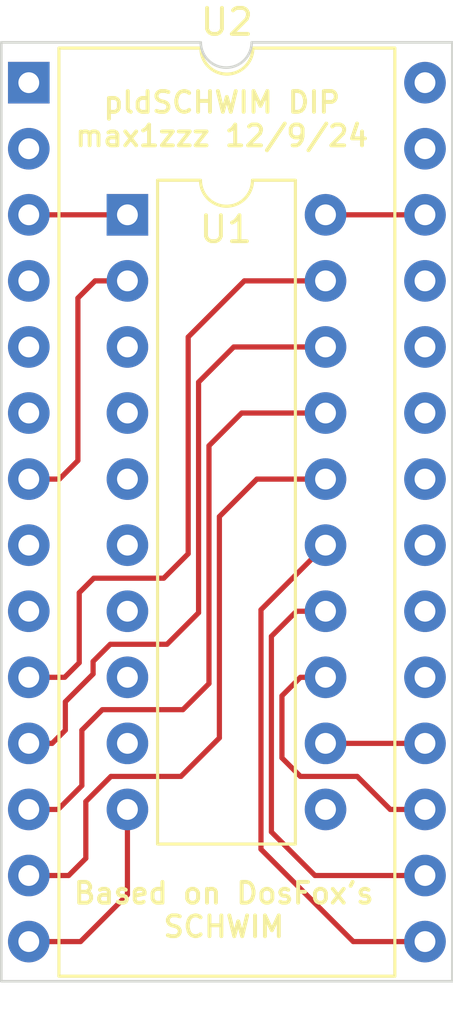
<source format=kicad_pcb>
(kicad_pcb (version 20221018) (generator pcbnew)
  (layers (0 "F.Cu" signal) (31 "B.Cu" signal) (34 "B.Paste" user) (35 "F.Paste" user) (36 "B.SilkS" user "B.Silkscreen") (37 "F.SilkS" user "F.Silkscreen") (38 "B.Mask" user) (39 "F.Mask" user) (44 "Edge.Cuts" user))
  (net 0 "")
  (net 1 "Net-(U1-I1{slash}CLK)")
  (net 2 "Net-(U1-I2)")
  (net 10 "Net-(U1-GND)")
  (net 12 "Net-(U1-IO8)")
  (net 13 "Net-(U1-IO7)")
  (net 14 "Net-(U1-IO6)")
  (net 15 "Net-(U1-IO5)")
  (net 16 "Net-(U1-IO4)")
  (net 17 "Net-(U1-I03)")
  (net 18 "Net-(U1-IO2)")
  (net 19 "Net-(U1-IO1)")
  (net 20 "Net-(U1-VCC)")
  (footprint "Package_DIP:DIP-20_W7.62mm" (layer "F.Cu") (at 556.4886 76.9112)
    (fp_text reference "U1" (at 3.7846 0.5588) (layer "F.SilkS"))
    (fp_text value "GAL16V8")
    (fp_line (start 1.16 -1.33) (end 1.16 24.19) (stroke (width 0.12)) (layer "F.SilkS"))
    (fp_line (start 1.16 24.19) (end 6.46 24.19) (stroke (width 0.12)) (layer "F.SilkS"))
    (fp_line (start 2.81 -1.33) (end 1.16 -1.33) (stroke (width 0.12)) (layer "F.SilkS"))
    (fp_line (start 6.46 -1.33) (end 4.81 -1.33) (stroke (width 0.12)) (layer "F.SilkS"))
    (fp_line (start 6.46 24.19) (end 6.46 -1.33) (stroke (width 0.12)) (layer "F.SilkS"))
    (fp_arc (start 4.81 -1.33) (mid 3.81 -0.33) (end 2.81 -1.33) (stroke (width 0.12)) (layer "F.SilkS"))
    (pad "1" thru_hole rect (at 0 0) (size 1.6 1.6) (drill 0.8) (layers "*.Cu" "*.Mask") (net 1 "Net-(U1-I1{slash}CLK)"))
    (pad "2" thru_hole oval (at 0 2.54) (size 1.6 1.6) (drill 0.8) (layers "*.Cu" "*.Mask") (net 2 "Net-(U1-I2)"))
    (pad "3" thru_hole oval (at 0 5.08) (size 1.6 1.6) (drill 0.8) (layers "*.Cu" "*.Mask"))
    (pad "4" thru_hole oval (at 0 7.62) (size 1.6 1.6) (drill 0.8) (layers "*.Cu" "*.Mask"))
    (pad "5" thru_hole oval (at 0 10.16) (size 1.6 1.6) (drill 0.8) (layers "*.Cu" "*.Mask"))
    (pad "6" thru_hole oval (at 0 12.7) (size 1.6 1.6) (drill 0.8) (layers "*.Cu" "*.Mask"))
    (pad "7" thru_hole oval (at 0 15.24) (size 1.6 1.6) (drill 0.8) (layers "*.Cu" "*.Mask"))
    (pad "8" thru_hole oval (at 0 17.78) (size 1.6 1.6) (drill 0.8) (layers "*.Cu" "*.Mask"))
    (pad "9" thru_hole oval (at 0 20.32) (size 1.6 1.6) (drill 0.8) (layers "*.Cu" "*.Mask"))
    (pad "10" thru_hole oval (at 0 22.86) (size 1.6 1.6) (drill 0.8) (layers "*.Cu" "*.Mask") (net 10 "Net-(U1-GND)"))
    (pad "11" thru_hole oval (at 7.62 22.86) (size 1.6 1.6) (drill 0.8) (layers "*.Cu" "*.Mask"))
    (pad "12" thru_hole oval (at 7.62 20.32) (size 1.6 1.6) (drill 0.8) (layers "*.Cu" "*.Mask") (net 12 "Net-(U1-IO8)"))
    (pad "13" thru_hole oval (at 7.62 17.78) (size 1.6 1.6) (drill 0.8) (layers "*.Cu" "*.Mask") (net 13 "Net-(U1-IO7)"))
    (pad "14" thru_hole oval (at 7.62 15.24) (size 1.6 1.6) (drill 0.8) (layers "*.Cu" "*.Mask") (net 14 "Net-(U1-IO6)"))
    (pad "15" thru_hole oval (at 7.62 12.7) (size 1.6 1.6) (drill 0.8) (layers "*.Cu" "*.Mask") (net 15 "Net-(U1-IO5)"))
    (pad "16" thru_hole oval (at 7.62 10.16) (size 1.6 1.6) (drill 0.8) (layers "*.Cu" "*.Mask") (net 16 "Net-(U1-IO4)"))
    (pad "17" thru_hole oval (at 7.62 7.62) (size 1.6 1.6) (drill 0.8) (layers "*.Cu" "*.Mask") (net 17 "Net-(U1-I03)"))
    (pad "18" thru_hole oval (at 7.62 5.08) (size 1.6 1.6) (drill 0.8) (layers "*.Cu" "*.Mask") (net 18 "Net-(U1-IO2)"))
    (pad "19" thru_hole oval (at 7.62 2.54) (size 1.6 1.6) (drill 0.8) (layers "*.Cu" "*.Mask") (net 19 "Net-(U1-IO1)"))
    (pad "20" thru_hole oval (at 7.62 0) (size 1.6 1.6) (drill 0.8) (layers "*.Cu" "*.Mask") (net 20 "Net-(U1-VCC)"))
  )
  (footprint "Package_DIP:DIP-28_W15.24mm" (layer "F.Cu") (at 552.6944 71.8312)
    (fp_text reference "U2" (at 7.62 -2.33) (layer "F.SilkS"))
    (fp_text value "~")
    (fp_line (start 1.16 -1.33) (end 1.16 34.35) (stroke (width 0.12)) (layer "F.SilkS"))
    (fp_line (start 1.16 34.35) (end 14.08 34.35) (stroke (width 0.12)) (layer "F.SilkS"))
    (fp_line (start 6.62 -1.33) (end 1.16 -1.33) (stroke (width 0.12)) (layer "F.SilkS"))
    (fp_line (start 14.08 -1.33) (end 8.62 -1.33) (stroke (width 0.12)) (layer "F.SilkS"))
    (fp_line (start 14.08 34.35) (end 14.08 -1.33) (stroke (width 0.12)) (layer "F.SilkS"))
    (fp_arc (start 8.62 -1.33) (mid 7.62 -0.33) (end 6.62 -1.33) (stroke (width 0.12)) (layer "F.SilkS"))
    (pad "1" thru_hole rect (at 0 0) (size 1.6 1.6) (drill 0.8) (layers "*.Cu" "*.Mask"))
    (pad "2" thru_hole oval (at 0 2.54) (size 1.6 1.6) (drill 0.8) (layers "*.Cu" "*.Mask"))
    (pad "3" thru_hole oval (at 0 5.08) (size 1.6 1.6) (drill 0.8) (layers "*.Cu" "*.Mask") (net 1 "Net-(U1-I1{slash}CLK)"))
    (pad "4" thru_hole oval (at 0 7.62) (size 1.6 1.6) (drill 0.8) (layers "*.Cu" "*.Mask"))
    (pad "5" thru_hole oval (at 0 10.16) (size 1.6 1.6) (drill 0.8) (layers "*.Cu" "*.Mask"))
    (pad "6" thru_hole oval (at 0 12.7) (size 1.6 1.6) (drill 0.8) (layers "*.Cu" "*.Mask"))
    (pad "7" thru_hole oval (at 0 15.24) (size 1.6 1.6) (drill 0.8) (layers "*.Cu" "*.Mask") (net 2 "Net-(U1-I2)"))
    (pad "8" thru_hole oval (at 0 17.78) (size 1.6 1.6) (drill 0.8) (layers "*.Cu" "*.Mask"))
    (pad "9" thru_hole oval (at 0 20.32) (size 1.6 1.6) (drill 0.8) (layers "*.Cu" "*.Mask"))
    (pad "10" thru_hole oval (at 0 22.86) (size 1.6 1.6) (drill 0.8) (layers "*.Cu" "*.Mask") (net 19 "Net-(U1-IO1)"))
    (pad "11" thru_hole oval (at 0 25.4) (size 1.6 1.6) (drill 0.8) (layers "*.Cu" "*.Mask") (net 18 "Net-(U1-IO2)"))
    (pad "12" thru_hole oval (at 0 27.94) (size 1.6 1.6) (drill 0.8) (layers "*.Cu" "*.Mask") (net 17 "Net-(U1-I03)"))
    (pad "13" thru_hole oval (at 0 30.48) (size 1.6 1.6) (drill 0.8) (layers "*.Cu" "*.Mask") (net 16 "Net-(U1-IO4)"))
    (pad "14" thru_hole oval (at 0 33.02) (size 1.6 1.6) (drill 0.8) (layers "*.Cu" "*.Mask") (net 10 "Net-(U1-GND)"))
    (pad "15" thru_hole oval (at 15.24 33.02) (size 1.6 1.6) (drill 0.8) (layers "*.Cu" "*.Mask") (net 15 "Net-(U1-IO5)"))
    (pad "16" thru_hole oval (at 15.24 30.48) (size 1.6 1.6) (drill 0.8) (layers "*.Cu" "*.Mask") (net 14 "Net-(U1-IO6)"))
    (pad "17" thru_hole oval (at 15.24 27.94) (size 1.6 1.6) (drill 0.8) (layers "*.Cu" "*.Mask") (net 13 "Net-(U1-IO7)"))
    (pad "18" thru_hole oval (at 15.24 25.4) (size 1.6 1.6) (drill 0.8) (layers "*.Cu" "*.Mask") (net 12 "Net-(U1-IO8)"))
    (pad "19" thru_hole oval (at 15.24 22.86) (size 1.6 1.6) (drill 0.8) (layers "*.Cu" "*.Mask"))
    (pad "20" thru_hole oval (at 15.24 20.32) (size 1.6 1.6) (drill 0.8) (layers "*.Cu" "*.Mask"))
    (pad "21" thru_hole oval (at 15.24 17.78) (size 1.6 1.6) (drill 0.8) (layers "*.Cu" "*.Mask"))
    (pad "22" thru_hole oval (at 15.24 15.24) (size 1.6 1.6) (drill 0.8) (layers "*.Cu" "*.Mask"))
    (pad "23" thru_hole oval (at 15.24 12.7) (size 1.6 1.6) (drill 0.8) (layers "*.Cu" "*.Mask"))
    (pad "24" thru_hole oval (at 15.24 10.16) (size 1.6 1.6) (drill 0.8) (layers "*.Cu" "*.Mask"))
    (pad "25" thru_hole oval (at 15.24 7.62) (size 1.6 1.6) (drill 0.8) (layers "*.Cu" "*.Mask"))
    (pad "26" thru_hole oval (at 15.24 5.08) (size 1.6 1.6) (drill 0.8) (layers "*.Cu" "*.Mask") (net 20 "Net-(U1-VCC)"))
    (pad "27" thru_hole oval (at 15.24 2.54) (size 1.6 1.6) (drill 0.8) (layers "*.Cu" "*.Mask"))
    (pad "28" thru_hole oval (at 15.24 0) (size 1.6 1.6) (drill 0.8) (layers "*.Cu" "*.Mask"))
  )
  (gr_arc (start 561.269516 70.2818) (mid 560.288758 71.262558) (end 559.308 70.2818) (stroke (width 0.1)) (layer "Edge.Cuts"))
  (gr_line (start 551.6372 70.2818) (end 551.6372 106.3752) (stroke (width 0.1)) (layer "Edge.Cuts"))
  (gr_line (start 561.269516 70.2818) (end 568.9854 70.2818) (stroke (width 0.1)) (layer "Edge.Cuts"))
  (gr_line (start 551.6372 106.3752) (end 568.9854 106.3752) (stroke (width 0.1)) (layer "Edge.Cuts"))
  (gr_line (start 559.308 70.2818) (end 551.6372 70.2818) (stroke (width 0.1)) (layer "Edge.Cuts"))
  (gr_line (start 568.9854 106.3752) (end 568.9854 70.2818) (stroke (width 0.1)) (layer "Edge.Cuts"))
  (gr_text "pldSCHWIM DIP\nmax1zzz 12/9/24" (at 560.1208 74.3458) (layer "F.SilkS") (effects (font (size 0.8 0.8)) (justify bottom)))
  (gr_text "Based on DosFox's\nSCHWIM" (at 560.197 104.7496) (layer "F.SilkS") (effects (font (size 0.8 0.8)) (justify bottom)))
  (segment (start 556.4886 76.9112) (end 552.6944 76.9112) (width 0.2) (layer "F.Cu") (net 1))
  (segment (start 553.8724 87.0712) (end 552.6944 87.0712) (width 0.2) (layer "F.Cu") (net 2))
  (segment (start 554.5836 86.36) (end 553.8724 87.0712) (width 0.2) (layer "F.Cu") (net 2))
  (segment (start 554.5836 80.1116) (end 554.5836 86.36) (width 0.2) (layer "F.Cu") (net 2))
  (segment (start 555.244 79.4512) (end 554.5836 80.1116) (width 0.2) (layer "F.Cu") (net 2))
  (segment (start 556.4886 79.4512) (end 555.244 79.4512) (width 0.2) (layer "F.Cu") (net 2))
  (segment (start 556.4886 99.7712) (end 556.4886 103.0478) (width 0.2) (layer "F.Cu") (net 10))
  (segment (start 554.6852 104.8512) (end 552.6944 104.8512) (width 0.2) (layer "F.Cu") (net 10))
  (segment (start 556.4886 103.0478) (end 554.6852 104.8512) (width 0.2) (layer "F.Cu") (net 10))
  (segment (start 567.9344 97.2312) (end 564.1086 97.2312) (width 0.2) (layer "F.Cu") (net 12))
  (segment (start 566.5978 99.7712) (end 565.3278 98.5012) (width 0.2) (layer "F.Cu") (net 13))
  (segment (start 563.1434 98.5012) (end 562.4322 97.79) (width 0.2) (layer "F.Cu") (net 13))
  (segment (start 567.9344 99.7712) (end 566.5978 99.7712) (width 0.2) (layer "F.Cu") (net 13))
  (segment (start 562.4322 97.79) (end 562.4322 95.4024) (width 0.2) (layer "F.Cu") (net 13))
  (segment (start 563.1434 94.6912) (end 564.1086 94.6912) (width 0.2) (layer "F.Cu") (net 13))
  (segment (start 562.4322 95.4024) (end 563.1434 94.6912) (width 0.2) (layer "F.Cu") (net 13))
  (segment (start 565.3278 98.5012) (end 563.1434 98.5012) (width 0.2) (layer "F.Cu") (net 13))
  (segment (start 563.7022 102.3112) (end 562.0258 100.6348) (width 0.2) (layer "F.Cu") (net 14))
  (segment (start 562.0258 100.6348) (end 562.0258 93.1164) (width 0.2) (layer "F.Cu") (net 14))
  (segment (start 562.991 92.1512) (end 564.1086 92.1512) (width 0.2) (layer "F.Cu") (net 14))
  (segment (start 567.9344 102.3112) (end 563.7022 102.3112) (width 0.2) (layer "F.Cu") (net 14))
  (segment (start 562.0258 93.1164) (end 562.991 92.1512) (width 0.2) (layer "F.Cu") (net 14))
  (segment (start 567.9344 104.8512) (end 565.1754 104.8512) (width 0.2) (layer "F.Cu") (net 15))
  (segment (start 561.6258 101.3016) (end 561.6258 92.094) (width 0.2) (layer "F.Cu") (net 15))
  (segment (start 561.6258 92.094) (end 564.1086 89.6112) (width 0.2) (layer "F.Cu") (net 15))
  (segment (start 565.1754 104.8512) (end 561.6258 101.3016) (width 0.2) (layer "F.Cu") (net 15))
  (segment (start 560.0254 97.0218) (end 558.546 98.5012) (width 0.2) (layer "F.Cu") (net 16))
  (segment (start 561.467 87.0712) (end 560.0254 88.5128) (width 0.2) (layer "F.Cu") (net 16))
  (segment (start 555.8536 98.5012) (end 554.8884 99.4664) (width 0.2) (layer "F.Cu") (net 16))
  (segment (start 558.546 98.5012) (end 555.8536 98.5012) (width 0.2) (layer "F.Cu") (net 16))
  (segment (start 564.1086 87.0712) (end 561.467 87.0712) (width 0.2) (layer "F.Cu") (net 16))
  (segment (start 554.228 102.3112) (end 552.6944 102.3112) (width 0.2) (layer "F.Cu") (net 16))
  (segment (start 560.0254 88.5128) (end 560.0254 97.0218) (width 0.2) (layer "F.Cu") (net 16))
  (segment (start 554.8884 101.6508) (end 554.228 102.3112) (width 0.2) (layer "F.Cu") (net 16))
  (segment (start 554.8884 99.4664) (end 554.8884 101.6508) (width 0.2) (layer "F.Cu") (net 16))
  (segment (start 560.8828 84.5312) (end 559.6254 85.7886) (width 0.2) (layer "F.Cu") (net 17))
  (segment (start 564.1086 84.5312) (end 560.8828 84.5312) (width 0.2) (layer "F.Cu") (net 17))
  (segment (start 559.6254 94.9326) (end 558.6222 95.9358) (width 0.2) (layer "F.Cu") (net 17))
  (segment (start 553.8216 99.7712) (end 552.6944 99.7712) (width 0.2) (layer "F.Cu") (net 17))
  (segment (start 558.6222 95.9358) (end 555.5234 95.9358) (width 0.2) (layer "F.Cu") (net 17))
  (segment (start 554.736 96.7232) (end 554.736 98.8568) (width 0.2) (layer "F.Cu") (net 17))
  (segment (start 559.6254 85.7886) (end 559.6254 94.9326) (width 0.2) (layer "F.Cu") (net 17))
  (segment (start 555.5234 95.9358) (end 554.736 96.7232) (width 0.2) (layer "F.Cu") (net 17))
  (segment (start 554.736 98.8568) (end 553.8216 99.7712) (width 0.2) (layer "F.Cu") (net 17))
  (segment (start 554.101 95.631) (end 554.101 96.7232) (width 0.2) (layer "F.Cu") (net 18))
  (segment (start 559.2254 92.2084) (end 558.0126 93.4212) (width 0.2) (layer "F.Cu") (net 18))
  (segment (start 560.578 81.9912) (end 559.2254 83.3438) (width 0.2) (layer "F.Cu") (net 18))
  (segment (start 555.1678 94.0816) (end 555.1678 94.5642) (width 0.2) (layer "F.Cu") (net 18))
  (segment (start 564.1086 81.9912) (end 560.578 81.9912) (width 0.2) (layer "F.Cu") (net 18))
  (segment (start 555.1678 94.5642) (end 554.101 95.631) (width 0.2) (layer "F.Cu") (net 18))
  (segment (start 559.2254 83.3438) (end 559.2254 92.2084) (width 0.2) (layer "F.Cu") (net 18))
  (segment (start 555.8282 93.4212) (end 555.1678 94.0816) (width 0.2) (layer "F.Cu") (net 18))
  (segment (start 554.101 96.7232) (end 553.593 97.2312) (width 0.2) (layer "F.Cu") (net 18))
  (segment (start 558.0126 93.4212) (end 555.8282 93.4212) (width 0.2) (layer "F.Cu") (net 18))
  (segment (start 553.593 97.2312) (end 552.6944 97.2312) (width 0.2) (layer "F.Cu") (net 18))
  (segment (start 554.0756 94.6912) (end 552.6944 94.6912) (width 0.2) (layer "F.Cu") (net 19))
  (segment (start 554.6344 94.1324) (end 554.0756 94.6912) (width 0.2) (layer "F.Cu") (net 19))
  (segment (start 564.1086 79.4512) (end 560.9844 79.4512) (width 0.2) (layer "F.Cu") (net 19))
  (segment (start 558.8254 81.6102) (end 558.8254 89.9414) (width 0.2) (layer "F.Cu") (net 19))
  (segment (start 555.1932 90.8812) (end 554.6344 91.44) (width 0.2) (layer "F.Cu") (net 19))
  (segment (start 557.8856 90.8812) (end 555.1932 90.8812) (width 0.2) (layer "F.Cu") (net 19))
  (segment (start 560.9844 79.4512) (end 558.8254 81.6102) (width 0.2) (layer "F.Cu") (net 19))
  (segment (start 558.8254 89.9414) (end 557.8856 90.8812) (width 0.2) (layer "F.Cu") (net 19))
  (segment (start 554.6344 91.44) (end 554.6344 94.1324) (width 0.2) (layer "F.Cu") (net 19))
  (segment (start 564.1086 76.9112) (end 567.9344 76.9112) (width 0.2) (layer "F.Cu") (net 20))
)
</source>
